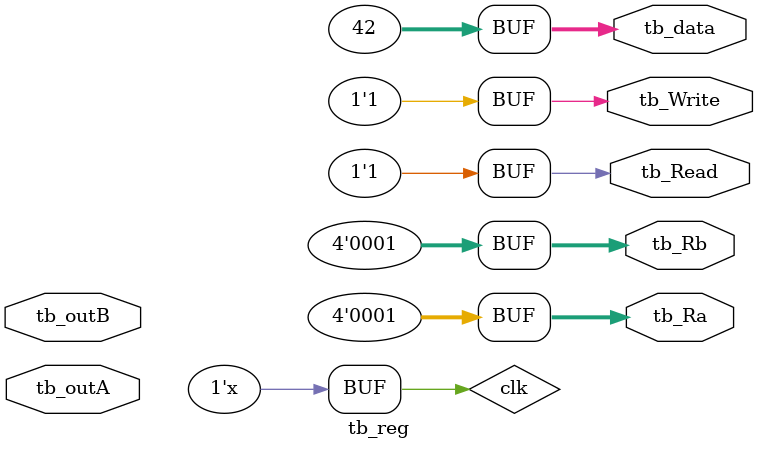
<source format=v>
module tb_reg(

	output reg tb_Read,
  	output reg tb_Write,
	output reg [3:0] tb_Ra,
	output reg [3:0] tb_Rb,
	output reg [31:0] tb_data,
	input [31:0] tb_outA,
	input [31:0] tb_outB
);

	reg clk = 0;

	RegBase instancias(
	
		.Read(tb_Read),
		.Write(tb_Write),
		.Ra(tb_Ra),
		.Rb(tb_Rb),
		.Data(tb_data),
		.OutA(tb_outA),
		.OutB(tb_outB),
		.clk(clk)
	);	

	initial begin

		tb_Read = 1;
		tb_Write = 1;
		tb_Ra = 1;
		tb_Rb = 1;
		tb_data = 42;

		$display("RESULTADO DO PERSON\n");
		$monitor("%d\n", tb_outA);
		$monitor("%d\n", tb_outB);
	end

	always #5 clk = ~clk;

endmodule 
</source>
